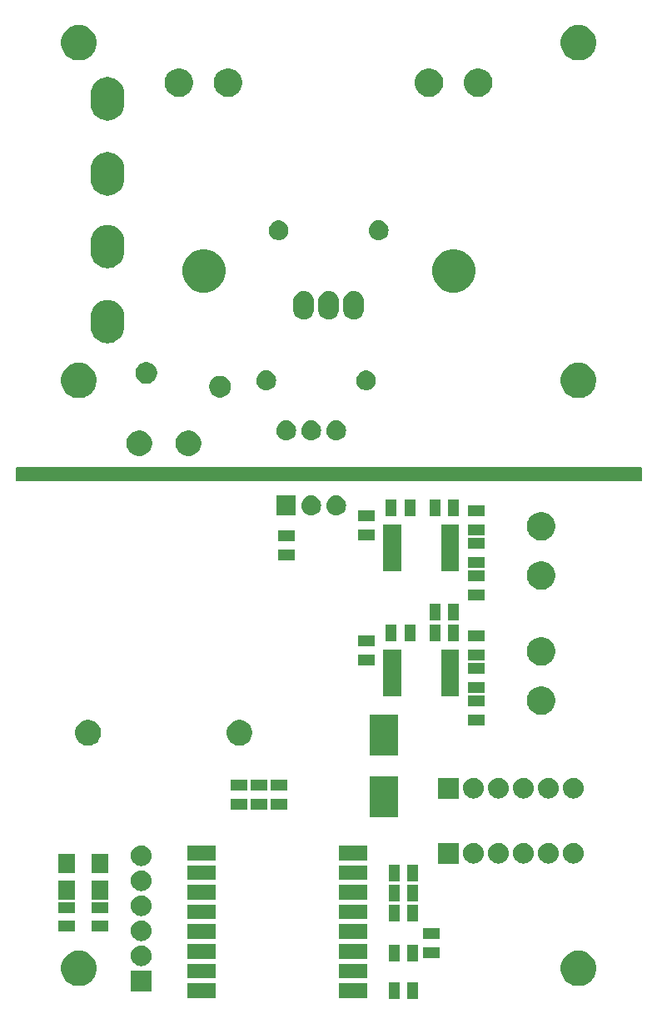
<source format=gbr>
G04 #@! TF.GenerationSoftware,KiCad,Pcbnew,(5.0.1)-4*
G04 #@! TF.CreationDate,2019-02-15T22:12:16-03:00*
G04 #@! TF.ProjectId,reflow,7265666C6F772E6B696361645F706362,rev?*
G04 #@! TF.SameCoordinates,Original*
G04 #@! TF.FileFunction,Soldermask,Top*
G04 #@! TF.FilePolarity,Negative*
%FSLAX46Y46*%
G04 Gerber Fmt 4.6, Leading zero omitted, Abs format (unit mm)*
G04 Created by KiCad (PCBNEW (5.0.1)-4) date 15/2/2019 22:12:16*
%MOMM*%
%LPD*%
G01*
G04 APERTURE LIST*
%ADD10C,0.200000*%
%ADD11C,0.150000*%
%ADD12C,0.100000*%
G04 APERTURE END LIST*
D10*
X134620000Y-67564000D02*
X134112000Y-67564000D01*
D11*
G36*
X120650000Y-67310000D02*
X182880000Y-67310000D01*
X182880000Y-68580000D01*
X119380000Y-68580000D01*
X119380000Y-67310000D01*
X121920000Y-67310000D01*
X120650000Y-67310000D01*
G37*
X120650000Y-67310000D02*
X182880000Y-67310000D01*
X182880000Y-68580000D01*
X119380000Y-68580000D01*
X119380000Y-67310000D01*
X121920000Y-67310000D01*
X120650000Y-67310000D01*
D12*
G36*
X160250000Y-121246000D02*
X159150000Y-121246000D01*
X159150000Y-119546000D01*
X160250000Y-119546000D01*
X160250000Y-121246000D01*
X160250000Y-121246000D01*
G37*
G36*
X158350000Y-121246000D02*
X157250000Y-121246000D01*
X157250000Y-119546000D01*
X158350000Y-119546000D01*
X158350000Y-121246000D01*
X158350000Y-121246000D01*
G37*
G36*
X139658000Y-121146000D02*
X136758000Y-121146000D01*
X136758000Y-119646000D01*
X139658000Y-119646000D01*
X139658000Y-121146000D01*
X139658000Y-121146000D01*
G37*
G36*
X155058000Y-121146000D02*
X152158000Y-121146000D01*
X152158000Y-119646000D01*
X155058000Y-119646000D01*
X155058000Y-121146000D01*
X155058000Y-121146000D01*
G37*
G36*
X133130000Y-120430000D02*
X131030000Y-120430000D01*
X131030000Y-118330000D01*
X133130000Y-118330000D01*
X133130000Y-120430000D01*
X133130000Y-120430000D01*
G37*
G36*
X176939122Y-116356115D02*
X177055041Y-116379173D01*
X177382620Y-116514861D01*
X177561169Y-116634164D01*
X177677436Y-116711851D01*
X177928149Y-116962564D01*
X177928151Y-116962567D01*
X178116040Y-117243762D01*
X178125140Y-117257382D01*
X178260827Y-117584960D01*
X178330000Y-117932714D01*
X178330000Y-118287286D01*
X178260827Y-118635040D01*
X178125140Y-118962618D01*
X177928149Y-119257436D01*
X177677436Y-119508149D01*
X177677433Y-119508151D01*
X177382620Y-119705139D01*
X177055041Y-119840827D01*
X176939122Y-119863885D01*
X176707286Y-119910000D01*
X176352714Y-119910000D01*
X176120878Y-119863885D01*
X176004959Y-119840827D01*
X175677380Y-119705139D01*
X175382567Y-119508151D01*
X175382564Y-119508149D01*
X175131851Y-119257436D01*
X174934860Y-118962618D01*
X174799173Y-118635040D01*
X174730000Y-118287286D01*
X174730000Y-117932714D01*
X174799173Y-117584960D01*
X174934860Y-117257382D01*
X174943961Y-117243762D01*
X175131849Y-116962567D01*
X175131851Y-116962564D01*
X175382564Y-116711851D01*
X175498831Y-116634164D01*
X175677380Y-116514861D01*
X176004959Y-116379173D01*
X176120878Y-116356115D01*
X176352714Y-116310000D01*
X176707286Y-116310000D01*
X176939122Y-116356115D01*
X176939122Y-116356115D01*
G37*
G36*
X126139122Y-116356115D02*
X126255041Y-116379173D01*
X126582620Y-116514861D01*
X126761169Y-116634164D01*
X126877436Y-116711851D01*
X127128149Y-116962564D01*
X127128151Y-116962567D01*
X127316040Y-117243762D01*
X127325140Y-117257382D01*
X127460827Y-117584960D01*
X127530000Y-117932714D01*
X127530000Y-118287286D01*
X127460827Y-118635040D01*
X127325140Y-118962618D01*
X127128149Y-119257436D01*
X126877436Y-119508149D01*
X126877433Y-119508151D01*
X126582620Y-119705139D01*
X126255041Y-119840827D01*
X126139122Y-119863885D01*
X125907286Y-119910000D01*
X125552714Y-119910000D01*
X125320878Y-119863885D01*
X125204959Y-119840827D01*
X124877380Y-119705139D01*
X124582567Y-119508151D01*
X124582564Y-119508149D01*
X124331851Y-119257436D01*
X124134860Y-118962618D01*
X123999173Y-118635040D01*
X123930000Y-118287286D01*
X123930000Y-117932714D01*
X123999173Y-117584960D01*
X124134860Y-117257382D01*
X124143961Y-117243762D01*
X124331849Y-116962567D01*
X124331851Y-116962564D01*
X124582564Y-116711851D01*
X124698831Y-116634164D01*
X124877380Y-116514861D01*
X125204959Y-116379173D01*
X125320878Y-116356115D01*
X125552714Y-116310000D01*
X125907286Y-116310000D01*
X126139122Y-116356115D01*
X126139122Y-116356115D01*
G37*
G36*
X155058000Y-119146000D02*
X152158000Y-119146000D01*
X152158000Y-117646000D01*
X155058000Y-117646000D01*
X155058000Y-119146000D01*
X155058000Y-119146000D01*
G37*
G36*
X139658000Y-119146000D02*
X136758000Y-119146000D01*
X136758000Y-117646000D01*
X139658000Y-117646000D01*
X139658000Y-119146000D01*
X139658000Y-119146000D01*
G37*
G36*
X132208707Y-115797596D02*
X132285836Y-115805193D01*
X132417787Y-115845220D01*
X132483763Y-115865233D01*
X132666172Y-115962733D01*
X132826054Y-116093946D01*
X132957267Y-116253828D01*
X133054767Y-116436237D01*
X133054767Y-116436238D01*
X133114807Y-116634164D01*
X133135080Y-116840000D01*
X133114807Y-117045836D01*
X133084423Y-117146000D01*
X133054767Y-117243763D01*
X132957267Y-117426172D01*
X132826054Y-117586054D01*
X132666172Y-117717267D01*
X132483763Y-117814767D01*
X132417787Y-117834780D01*
X132285836Y-117874807D01*
X132208707Y-117882404D01*
X132131580Y-117890000D01*
X132028420Y-117890000D01*
X131951293Y-117882404D01*
X131874164Y-117874807D01*
X131742213Y-117834780D01*
X131676237Y-117814767D01*
X131493828Y-117717267D01*
X131333946Y-117586054D01*
X131202733Y-117426172D01*
X131105233Y-117243763D01*
X131075577Y-117146000D01*
X131045193Y-117045836D01*
X131024920Y-116840000D01*
X131045193Y-116634164D01*
X131105233Y-116436238D01*
X131105233Y-116436237D01*
X131202733Y-116253828D01*
X131333946Y-116093946D01*
X131493828Y-115962733D01*
X131676237Y-115865233D01*
X131742213Y-115845220D01*
X131874164Y-115805193D01*
X131951293Y-115797596D01*
X132028420Y-115790000D01*
X132131580Y-115790000D01*
X132208707Y-115797596D01*
X132208707Y-115797596D01*
G37*
G36*
X160250000Y-117436000D02*
X159150000Y-117436000D01*
X159150000Y-115736000D01*
X160250000Y-115736000D01*
X160250000Y-117436000D01*
X160250000Y-117436000D01*
G37*
G36*
X158350000Y-117436000D02*
X157250000Y-117436000D01*
X157250000Y-115736000D01*
X158350000Y-115736000D01*
X158350000Y-117436000D01*
X158350000Y-117436000D01*
G37*
G36*
X139658000Y-117146000D02*
X136758000Y-117146000D01*
X136758000Y-115646000D01*
X139658000Y-115646000D01*
X139658000Y-117146000D01*
X139658000Y-117146000D01*
G37*
G36*
X155058000Y-117146000D02*
X152158000Y-117146000D01*
X152158000Y-115646000D01*
X155058000Y-115646000D01*
X155058000Y-117146000D01*
X155058000Y-117146000D01*
G37*
G36*
X162394000Y-117070000D02*
X160694000Y-117070000D01*
X160694000Y-115970000D01*
X162394000Y-115970000D01*
X162394000Y-117070000D01*
X162394000Y-117070000D01*
G37*
G36*
X132208707Y-113257596D02*
X132285836Y-113265193D01*
X132410469Y-113303000D01*
X132483763Y-113325233D01*
X132666172Y-113422733D01*
X132826054Y-113553946D01*
X132957267Y-113713828D01*
X133054767Y-113896237D01*
X133054767Y-113896238D01*
X133114807Y-114094164D01*
X133135080Y-114300000D01*
X133114807Y-114505836D01*
X133074780Y-114637787D01*
X133054767Y-114703763D01*
X132957267Y-114886172D01*
X132826054Y-115046054D01*
X132666172Y-115177267D01*
X132483763Y-115274767D01*
X132417787Y-115294780D01*
X132285836Y-115334807D01*
X132208707Y-115342403D01*
X132131580Y-115350000D01*
X132028420Y-115350000D01*
X131951293Y-115342403D01*
X131874164Y-115334807D01*
X131742213Y-115294780D01*
X131676237Y-115274767D01*
X131493828Y-115177267D01*
X131333946Y-115046054D01*
X131202733Y-114886172D01*
X131105233Y-114703763D01*
X131085220Y-114637787D01*
X131045193Y-114505836D01*
X131024920Y-114300000D01*
X131045193Y-114094164D01*
X131105233Y-113896238D01*
X131105233Y-113896237D01*
X131202733Y-113713828D01*
X131333946Y-113553946D01*
X131493828Y-113422733D01*
X131676237Y-113325233D01*
X131749531Y-113303000D01*
X131874164Y-113265193D01*
X131951293Y-113257596D01*
X132028420Y-113250000D01*
X132131580Y-113250000D01*
X132208707Y-113257596D01*
X132208707Y-113257596D01*
G37*
G36*
X162394000Y-115170000D02*
X160694000Y-115170000D01*
X160694000Y-114070000D01*
X162394000Y-114070000D01*
X162394000Y-115170000D01*
X162394000Y-115170000D01*
G37*
G36*
X155058000Y-115146000D02*
X152158000Y-115146000D01*
X152158000Y-113646000D01*
X155058000Y-113646000D01*
X155058000Y-115146000D01*
X155058000Y-115146000D01*
G37*
G36*
X139658000Y-115146000D02*
X136758000Y-115146000D01*
X136758000Y-113646000D01*
X139658000Y-113646000D01*
X139658000Y-115146000D01*
X139658000Y-115146000D01*
G37*
G36*
X125310000Y-114403000D02*
X123610000Y-114403000D01*
X123610000Y-113303000D01*
X125310000Y-113303000D01*
X125310000Y-114403000D01*
X125310000Y-114403000D01*
G37*
G36*
X128739000Y-114403000D02*
X127039000Y-114403000D01*
X127039000Y-113303000D01*
X128739000Y-113303000D01*
X128739000Y-114403000D01*
X128739000Y-114403000D01*
G37*
G36*
X158350000Y-113372000D02*
X157250000Y-113372000D01*
X157250000Y-111672000D01*
X158350000Y-111672000D01*
X158350000Y-113372000D01*
X158350000Y-113372000D01*
G37*
G36*
X160250000Y-113372000D02*
X159150000Y-113372000D01*
X159150000Y-111672000D01*
X160250000Y-111672000D01*
X160250000Y-113372000D01*
X160250000Y-113372000D01*
G37*
G36*
X155058000Y-113146000D02*
X152158000Y-113146000D01*
X152158000Y-111646000D01*
X155058000Y-111646000D01*
X155058000Y-113146000D01*
X155058000Y-113146000D01*
G37*
G36*
X139658000Y-113146000D02*
X136758000Y-113146000D01*
X136758000Y-111646000D01*
X139658000Y-111646000D01*
X139658000Y-113146000D01*
X139658000Y-113146000D01*
G37*
G36*
X132208707Y-110717596D02*
X132285836Y-110725193D01*
X132417787Y-110765220D01*
X132483763Y-110785233D01*
X132666172Y-110882733D01*
X132826054Y-111013946D01*
X132957267Y-111173828D01*
X133054767Y-111356237D01*
X133054767Y-111356238D01*
X133114807Y-111554164D01*
X133135080Y-111760000D01*
X133114807Y-111965836D01*
X133074780Y-112097787D01*
X133054767Y-112163763D01*
X132957267Y-112346172D01*
X132826054Y-112506054D01*
X132666172Y-112637267D01*
X132483763Y-112734767D01*
X132417787Y-112754780D01*
X132285836Y-112794807D01*
X132208707Y-112802403D01*
X132131580Y-112810000D01*
X132028420Y-112810000D01*
X131951293Y-112802403D01*
X131874164Y-112794807D01*
X131742213Y-112754780D01*
X131676237Y-112734767D01*
X131493828Y-112637267D01*
X131333946Y-112506054D01*
X131202733Y-112346172D01*
X131105233Y-112163763D01*
X131085220Y-112097787D01*
X131045193Y-111965836D01*
X131024920Y-111760000D01*
X131045193Y-111554164D01*
X131105233Y-111356238D01*
X131105233Y-111356237D01*
X131202733Y-111173828D01*
X131333946Y-111013946D01*
X131493828Y-110882733D01*
X131676237Y-110785233D01*
X131742213Y-110765220D01*
X131874164Y-110725193D01*
X131951293Y-110717596D01*
X132028420Y-110710000D01*
X132131580Y-110710000D01*
X132208707Y-110717596D01*
X132208707Y-110717596D01*
G37*
G36*
X128739000Y-112503000D02*
X127039000Y-112503000D01*
X127039000Y-111403000D01*
X128739000Y-111403000D01*
X128739000Y-112503000D01*
X128739000Y-112503000D01*
G37*
G36*
X125310000Y-112503000D02*
X123610000Y-112503000D01*
X123610000Y-111403000D01*
X125310000Y-111403000D01*
X125310000Y-112503000D01*
X125310000Y-112503000D01*
G37*
G36*
X160250000Y-111340000D02*
X159150000Y-111340000D01*
X159150000Y-109640000D01*
X160250000Y-109640000D01*
X160250000Y-111340000D01*
X160250000Y-111340000D01*
G37*
G36*
X158350000Y-111340000D02*
X157250000Y-111340000D01*
X157250000Y-109640000D01*
X158350000Y-109640000D01*
X158350000Y-111340000D01*
X158350000Y-111340000D01*
G37*
G36*
X155058000Y-111146000D02*
X152158000Y-111146000D01*
X152158000Y-109646000D01*
X155058000Y-109646000D01*
X155058000Y-111146000D01*
X155058000Y-111146000D01*
G37*
G36*
X139658000Y-111146000D02*
X136758000Y-111146000D01*
X136758000Y-109646000D01*
X139658000Y-109646000D01*
X139658000Y-111146000D01*
X139658000Y-111146000D01*
G37*
G36*
X128739000Y-111139000D02*
X127039000Y-111139000D01*
X127039000Y-109239000D01*
X128739000Y-109239000D01*
X128739000Y-111139000D01*
X128739000Y-111139000D01*
G37*
G36*
X125310000Y-111139000D02*
X123610000Y-111139000D01*
X123610000Y-109239000D01*
X125310000Y-109239000D01*
X125310000Y-111139000D01*
X125310000Y-111139000D01*
G37*
G36*
X132208707Y-108177597D02*
X132285836Y-108185193D01*
X132417787Y-108225220D01*
X132483763Y-108245233D01*
X132666172Y-108342733D01*
X132826054Y-108473946D01*
X132957267Y-108633828D01*
X133054767Y-108816237D01*
X133054767Y-108816238D01*
X133114807Y-109014164D01*
X133135080Y-109220000D01*
X133114807Y-109425836D01*
X133074780Y-109557787D01*
X133054767Y-109623763D01*
X132957267Y-109806172D01*
X132826054Y-109966054D01*
X132666172Y-110097267D01*
X132483763Y-110194767D01*
X132417787Y-110214780D01*
X132285836Y-110254807D01*
X132208707Y-110262404D01*
X132131580Y-110270000D01*
X132028420Y-110270000D01*
X131951293Y-110262404D01*
X131874164Y-110254807D01*
X131742213Y-110214780D01*
X131676237Y-110194767D01*
X131493828Y-110097267D01*
X131333946Y-109966054D01*
X131202733Y-109806172D01*
X131105233Y-109623763D01*
X131085220Y-109557787D01*
X131045193Y-109425836D01*
X131024920Y-109220000D01*
X131045193Y-109014164D01*
X131105233Y-108816238D01*
X131105233Y-108816237D01*
X131202733Y-108633828D01*
X131333946Y-108473946D01*
X131493828Y-108342733D01*
X131676237Y-108245233D01*
X131742213Y-108225220D01*
X131874164Y-108185193D01*
X131951293Y-108177597D01*
X132028420Y-108170000D01*
X132131580Y-108170000D01*
X132208707Y-108177597D01*
X132208707Y-108177597D01*
G37*
G36*
X158350000Y-109308000D02*
X157250000Y-109308000D01*
X157250000Y-107608000D01*
X158350000Y-107608000D01*
X158350000Y-109308000D01*
X158350000Y-109308000D01*
G37*
G36*
X160250000Y-109308000D02*
X159150000Y-109308000D01*
X159150000Y-107608000D01*
X160250000Y-107608000D01*
X160250000Y-109308000D01*
X160250000Y-109308000D01*
G37*
G36*
X155058000Y-109146000D02*
X152158000Y-109146000D01*
X152158000Y-107646000D01*
X155058000Y-107646000D01*
X155058000Y-109146000D01*
X155058000Y-109146000D01*
G37*
G36*
X139658000Y-109146000D02*
X136758000Y-109146000D01*
X136758000Y-107646000D01*
X139658000Y-107646000D01*
X139658000Y-109146000D01*
X139658000Y-109146000D01*
G37*
G36*
X125310000Y-108439000D02*
X123610000Y-108439000D01*
X123610000Y-106539000D01*
X125310000Y-106539000D01*
X125310000Y-108439000D01*
X125310000Y-108439000D01*
G37*
G36*
X128739000Y-108439000D02*
X127039000Y-108439000D01*
X127039000Y-106539000D01*
X128739000Y-106539000D01*
X128739000Y-108439000D01*
X128739000Y-108439000D01*
G37*
G36*
X132208707Y-105637596D02*
X132285836Y-105645193D01*
X132417787Y-105685220D01*
X132483763Y-105705233D01*
X132666172Y-105802733D01*
X132826054Y-105933946D01*
X132957267Y-106093828D01*
X133054767Y-106276237D01*
X133054767Y-106276238D01*
X133114807Y-106474164D01*
X133135080Y-106680000D01*
X133114807Y-106885836D01*
X133074780Y-107017787D01*
X133054767Y-107083763D01*
X132957267Y-107266172D01*
X132826054Y-107426054D01*
X132666172Y-107557267D01*
X132483763Y-107654767D01*
X132417787Y-107674780D01*
X132285836Y-107714807D01*
X132208707Y-107722404D01*
X132131580Y-107730000D01*
X132028420Y-107730000D01*
X131951293Y-107722404D01*
X131874164Y-107714807D01*
X131742213Y-107674780D01*
X131676237Y-107654767D01*
X131493828Y-107557267D01*
X131333946Y-107426054D01*
X131202733Y-107266172D01*
X131105233Y-107083763D01*
X131085220Y-107017787D01*
X131045193Y-106885836D01*
X131024920Y-106680000D01*
X131045193Y-106474164D01*
X131105233Y-106276238D01*
X131105233Y-106276237D01*
X131202733Y-106093828D01*
X131333946Y-105933946D01*
X131493828Y-105802733D01*
X131676237Y-105705233D01*
X131742213Y-105685220D01*
X131874164Y-105645193D01*
X131951293Y-105637596D01*
X132028420Y-105630000D01*
X132131580Y-105630000D01*
X132208707Y-105637596D01*
X132208707Y-105637596D01*
G37*
G36*
X176150707Y-105383596D02*
X176227836Y-105391193D01*
X176359787Y-105431220D01*
X176425763Y-105451233D01*
X176608172Y-105548733D01*
X176768054Y-105679946D01*
X176899267Y-105839828D01*
X176996767Y-106022237D01*
X176996767Y-106022238D01*
X177056807Y-106220164D01*
X177077080Y-106426000D01*
X177056807Y-106631836D01*
X177016780Y-106763787D01*
X176996767Y-106829763D01*
X176899267Y-107012172D01*
X176768054Y-107172054D01*
X176608172Y-107303267D01*
X176425763Y-107400767D01*
X176359787Y-107420780D01*
X176227836Y-107460807D01*
X176150707Y-107468403D01*
X176073580Y-107476000D01*
X175970420Y-107476000D01*
X175893293Y-107468403D01*
X175816164Y-107460807D01*
X175684213Y-107420780D01*
X175618237Y-107400767D01*
X175435828Y-107303267D01*
X175275946Y-107172054D01*
X175144733Y-107012172D01*
X175047233Y-106829763D01*
X175027220Y-106763787D01*
X174987193Y-106631836D01*
X174966920Y-106426000D01*
X174987193Y-106220164D01*
X175047233Y-106022238D01*
X175047233Y-106022237D01*
X175144733Y-105839828D01*
X175275946Y-105679946D01*
X175435828Y-105548733D01*
X175618237Y-105451233D01*
X175684213Y-105431220D01*
X175816164Y-105391193D01*
X175893293Y-105383596D01*
X175970420Y-105376000D01*
X176073580Y-105376000D01*
X176150707Y-105383596D01*
X176150707Y-105383596D01*
G37*
G36*
X165990707Y-105383596D02*
X166067836Y-105391193D01*
X166199787Y-105431220D01*
X166265763Y-105451233D01*
X166448172Y-105548733D01*
X166608054Y-105679946D01*
X166739267Y-105839828D01*
X166836767Y-106022237D01*
X166836767Y-106022238D01*
X166896807Y-106220164D01*
X166917080Y-106426000D01*
X166896807Y-106631836D01*
X166856780Y-106763787D01*
X166836767Y-106829763D01*
X166739267Y-107012172D01*
X166608054Y-107172054D01*
X166448172Y-107303267D01*
X166265763Y-107400767D01*
X166199787Y-107420780D01*
X166067836Y-107460807D01*
X165990707Y-107468403D01*
X165913580Y-107476000D01*
X165810420Y-107476000D01*
X165733293Y-107468403D01*
X165656164Y-107460807D01*
X165524213Y-107420780D01*
X165458237Y-107400767D01*
X165275828Y-107303267D01*
X165115946Y-107172054D01*
X164984733Y-107012172D01*
X164887233Y-106829763D01*
X164867220Y-106763787D01*
X164827193Y-106631836D01*
X164806920Y-106426000D01*
X164827193Y-106220164D01*
X164887233Y-106022238D01*
X164887233Y-106022237D01*
X164984733Y-105839828D01*
X165115946Y-105679946D01*
X165275828Y-105548733D01*
X165458237Y-105451233D01*
X165524213Y-105431220D01*
X165656164Y-105391193D01*
X165733293Y-105383596D01*
X165810420Y-105376000D01*
X165913580Y-105376000D01*
X165990707Y-105383596D01*
X165990707Y-105383596D01*
G37*
G36*
X168530707Y-105383596D02*
X168607836Y-105391193D01*
X168739787Y-105431220D01*
X168805763Y-105451233D01*
X168988172Y-105548733D01*
X169148054Y-105679946D01*
X169279267Y-105839828D01*
X169376767Y-106022237D01*
X169376767Y-106022238D01*
X169436807Y-106220164D01*
X169457080Y-106426000D01*
X169436807Y-106631836D01*
X169396780Y-106763787D01*
X169376767Y-106829763D01*
X169279267Y-107012172D01*
X169148054Y-107172054D01*
X168988172Y-107303267D01*
X168805763Y-107400767D01*
X168739787Y-107420780D01*
X168607836Y-107460807D01*
X168530707Y-107468403D01*
X168453580Y-107476000D01*
X168350420Y-107476000D01*
X168273293Y-107468403D01*
X168196164Y-107460807D01*
X168064213Y-107420780D01*
X167998237Y-107400767D01*
X167815828Y-107303267D01*
X167655946Y-107172054D01*
X167524733Y-107012172D01*
X167427233Y-106829763D01*
X167407220Y-106763787D01*
X167367193Y-106631836D01*
X167346920Y-106426000D01*
X167367193Y-106220164D01*
X167427233Y-106022238D01*
X167427233Y-106022237D01*
X167524733Y-105839828D01*
X167655946Y-105679946D01*
X167815828Y-105548733D01*
X167998237Y-105451233D01*
X168064213Y-105431220D01*
X168196164Y-105391193D01*
X168273293Y-105383596D01*
X168350420Y-105376000D01*
X168453580Y-105376000D01*
X168530707Y-105383596D01*
X168530707Y-105383596D01*
G37*
G36*
X173610707Y-105383596D02*
X173687836Y-105391193D01*
X173819787Y-105431220D01*
X173885763Y-105451233D01*
X174068172Y-105548733D01*
X174228054Y-105679946D01*
X174359267Y-105839828D01*
X174456767Y-106022237D01*
X174456767Y-106022238D01*
X174516807Y-106220164D01*
X174537080Y-106426000D01*
X174516807Y-106631836D01*
X174476780Y-106763787D01*
X174456767Y-106829763D01*
X174359267Y-107012172D01*
X174228054Y-107172054D01*
X174068172Y-107303267D01*
X173885763Y-107400767D01*
X173819787Y-107420780D01*
X173687836Y-107460807D01*
X173610707Y-107468403D01*
X173533580Y-107476000D01*
X173430420Y-107476000D01*
X173353293Y-107468403D01*
X173276164Y-107460807D01*
X173144213Y-107420780D01*
X173078237Y-107400767D01*
X172895828Y-107303267D01*
X172735946Y-107172054D01*
X172604733Y-107012172D01*
X172507233Y-106829763D01*
X172487220Y-106763787D01*
X172447193Y-106631836D01*
X172426920Y-106426000D01*
X172447193Y-106220164D01*
X172507233Y-106022238D01*
X172507233Y-106022237D01*
X172604733Y-105839828D01*
X172735946Y-105679946D01*
X172895828Y-105548733D01*
X173078237Y-105451233D01*
X173144213Y-105431220D01*
X173276164Y-105391193D01*
X173353293Y-105383596D01*
X173430420Y-105376000D01*
X173533580Y-105376000D01*
X173610707Y-105383596D01*
X173610707Y-105383596D01*
G37*
G36*
X164372000Y-107476000D02*
X162272000Y-107476000D01*
X162272000Y-105376000D01*
X164372000Y-105376000D01*
X164372000Y-107476000D01*
X164372000Y-107476000D01*
G37*
G36*
X171070707Y-105383596D02*
X171147836Y-105391193D01*
X171279787Y-105431220D01*
X171345763Y-105451233D01*
X171528172Y-105548733D01*
X171688054Y-105679946D01*
X171819267Y-105839828D01*
X171916767Y-106022237D01*
X171916767Y-106022238D01*
X171976807Y-106220164D01*
X171997080Y-106426000D01*
X171976807Y-106631836D01*
X171936780Y-106763787D01*
X171916767Y-106829763D01*
X171819267Y-107012172D01*
X171688054Y-107172054D01*
X171528172Y-107303267D01*
X171345763Y-107400767D01*
X171279787Y-107420780D01*
X171147836Y-107460807D01*
X171070707Y-107468403D01*
X170993580Y-107476000D01*
X170890420Y-107476000D01*
X170813293Y-107468403D01*
X170736164Y-107460807D01*
X170604213Y-107420780D01*
X170538237Y-107400767D01*
X170355828Y-107303267D01*
X170195946Y-107172054D01*
X170064733Y-107012172D01*
X169967233Y-106829763D01*
X169947220Y-106763787D01*
X169907193Y-106631836D01*
X169886920Y-106426000D01*
X169907193Y-106220164D01*
X169967233Y-106022238D01*
X169967233Y-106022237D01*
X170064733Y-105839828D01*
X170195946Y-105679946D01*
X170355828Y-105548733D01*
X170538237Y-105451233D01*
X170604213Y-105431220D01*
X170736164Y-105391193D01*
X170813293Y-105383596D01*
X170890420Y-105376000D01*
X170993580Y-105376000D01*
X171070707Y-105383596D01*
X171070707Y-105383596D01*
G37*
G36*
X139658000Y-107146000D02*
X136758000Y-107146000D01*
X136758000Y-105646000D01*
X139658000Y-105646000D01*
X139658000Y-107146000D01*
X139658000Y-107146000D01*
G37*
G36*
X155058000Y-107146000D02*
X152158000Y-107146000D01*
X152158000Y-105646000D01*
X155058000Y-105646000D01*
X155058000Y-107146000D01*
X155058000Y-107146000D01*
G37*
G36*
X158168000Y-102736000D02*
X155268000Y-102736000D01*
X155268000Y-98586000D01*
X158168000Y-98586000D01*
X158168000Y-102736000D01*
X158168000Y-102736000D01*
G37*
G36*
X142836000Y-102004000D02*
X141136000Y-102004000D01*
X141136000Y-100904000D01*
X142836000Y-100904000D01*
X142836000Y-102004000D01*
X142836000Y-102004000D01*
G37*
G36*
X144868000Y-102004000D02*
X143168000Y-102004000D01*
X143168000Y-100904000D01*
X144868000Y-100904000D01*
X144868000Y-102004000D01*
X144868000Y-102004000D01*
G37*
G36*
X146900000Y-102004000D02*
X145200000Y-102004000D01*
X145200000Y-100904000D01*
X146900000Y-100904000D01*
X146900000Y-102004000D01*
X146900000Y-102004000D01*
G37*
G36*
X164372000Y-100872000D02*
X162272000Y-100872000D01*
X162272000Y-98772000D01*
X164372000Y-98772000D01*
X164372000Y-100872000D01*
X164372000Y-100872000D01*
G37*
G36*
X165990707Y-98779596D02*
X166067836Y-98787193D01*
X166199787Y-98827220D01*
X166265763Y-98847233D01*
X166448172Y-98944733D01*
X166608054Y-99075946D01*
X166739267Y-99235828D01*
X166836767Y-99418237D01*
X166836767Y-99418238D01*
X166896807Y-99616164D01*
X166917080Y-99822000D01*
X166896807Y-100027836D01*
X166873703Y-100104000D01*
X166836767Y-100225763D01*
X166739267Y-100408172D01*
X166608054Y-100568054D01*
X166448172Y-100699267D01*
X166265763Y-100796767D01*
X166199787Y-100816780D01*
X166067836Y-100856807D01*
X165990707Y-100864403D01*
X165913580Y-100872000D01*
X165810420Y-100872000D01*
X165733293Y-100864403D01*
X165656164Y-100856807D01*
X165524213Y-100816780D01*
X165458237Y-100796767D01*
X165275828Y-100699267D01*
X165115946Y-100568054D01*
X164984733Y-100408172D01*
X164887233Y-100225763D01*
X164850297Y-100104000D01*
X164827193Y-100027836D01*
X164806920Y-99822000D01*
X164827193Y-99616164D01*
X164887233Y-99418238D01*
X164887233Y-99418237D01*
X164984733Y-99235828D01*
X165115946Y-99075946D01*
X165275828Y-98944733D01*
X165458237Y-98847233D01*
X165524213Y-98827220D01*
X165656164Y-98787193D01*
X165733293Y-98779597D01*
X165810420Y-98772000D01*
X165913580Y-98772000D01*
X165990707Y-98779596D01*
X165990707Y-98779596D01*
G37*
G36*
X168530707Y-98779596D02*
X168607836Y-98787193D01*
X168739787Y-98827220D01*
X168805763Y-98847233D01*
X168988172Y-98944733D01*
X169148054Y-99075946D01*
X169279267Y-99235828D01*
X169376767Y-99418237D01*
X169376767Y-99418238D01*
X169436807Y-99616164D01*
X169457080Y-99822000D01*
X169436807Y-100027836D01*
X169413703Y-100104000D01*
X169376767Y-100225763D01*
X169279267Y-100408172D01*
X169148054Y-100568054D01*
X168988172Y-100699267D01*
X168805763Y-100796767D01*
X168739787Y-100816780D01*
X168607836Y-100856807D01*
X168530707Y-100864403D01*
X168453580Y-100872000D01*
X168350420Y-100872000D01*
X168273293Y-100864403D01*
X168196164Y-100856807D01*
X168064213Y-100816780D01*
X167998237Y-100796767D01*
X167815828Y-100699267D01*
X167655946Y-100568054D01*
X167524733Y-100408172D01*
X167427233Y-100225763D01*
X167390297Y-100104000D01*
X167367193Y-100027836D01*
X167346920Y-99822000D01*
X167367193Y-99616164D01*
X167427233Y-99418238D01*
X167427233Y-99418237D01*
X167524733Y-99235828D01*
X167655946Y-99075946D01*
X167815828Y-98944733D01*
X167998237Y-98847233D01*
X168064213Y-98827220D01*
X168196164Y-98787193D01*
X168273293Y-98779597D01*
X168350420Y-98772000D01*
X168453580Y-98772000D01*
X168530707Y-98779596D01*
X168530707Y-98779596D01*
G37*
G36*
X171070707Y-98779596D02*
X171147836Y-98787193D01*
X171279787Y-98827220D01*
X171345763Y-98847233D01*
X171528172Y-98944733D01*
X171688054Y-99075946D01*
X171819267Y-99235828D01*
X171916767Y-99418237D01*
X171916767Y-99418238D01*
X171976807Y-99616164D01*
X171997080Y-99822000D01*
X171976807Y-100027836D01*
X171953703Y-100104000D01*
X171916767Y-100225763D01*
X171819267Y-100408172D01*
X171688054Y-100568054D01*
X171528172Y-100699267D01*
X171345763Y-100796767D01*
X171279787Y-100816780D01*
X171147836Y-100856807D01*
X171070707Y-100864403D01*
X170993580Y-100872000D01*
X170890420Y-100872000D01*
X170813293Y-100864403D01*
X170736164Y-100856807D01*
X170604213Y-100816780D01*
X170538237Y-100796767D01*
X170355828Y-100699267D01*
X170195946Y-100568054D01*
X170064733Y-100408172D01*
X169967233Y-100225763D01*
X169930297Y-100104000D01*
X169907193Y-100027836D01*
X169886920Y-99822000D01*
X169907193Y-99616164D01*
X169967233Y-99418238D01*
X169967233Y-99418237D01*
X170064733Y-99235828D01*
X170195946Y-99075946D01*
X170355828Y-98944733D01*
X170538237Y-98847233D01*
X170604213Y-98827220D01*
X170736164Y-98787193D01*
X170813293Y-98779597D01*
X170890420Y-98772000D01*
X170993580Y-98772000D01*
X171070707Y-98779596D01*
X171070707Y-98779596D01*
G37*
G36*
X173610707Y-98779596D02*
X173687836Y-98787193D01*
X173819787Y-98827220D01*
X173885763Y-98847233D01*
X174068172Y-98944733D01*
X174228054Y-99075946D01*
X174359267Y-99235828D01*
X174456767Y-99418237D01*
X174456767Y-99418238D01*
X174516807Y-99616164D01*
X174537080Y-99822000D01*
X174516807Y-100027836D01*
X174493703Y-100104000D01*
X174456767Y-100225763D01*
X174359267Y-100408172D01*
X174228054Y-100568054D01*
X174068172Y-100699267D01*
X173885763Y-100796767D01*
X173819787Y-100816780D01*
X173687836Y-100856807D01*
X173610707Y-100864403D01*
X173533580Y-100872000D01*
X173430420Y-100872000D01*
X173353293Y-100864403D01*
X173276164Y-100856807D01*
X173144213Y-100816780D01*
X173078237Y-100796767D01*
X172895828Y-100699267D01*
X172735946Y-100568054D01*
X172604733Y-100408172D01*
X172507233Y-100225763D01*
X172470297Y-100104000D01*
X172447193Y-100027836D01*
X172426920Y-99822000D01*
X172447193Y-99616164D01*
X172507233Y-99418238D01*
X172507233Y-99418237D01*
X172604733Y-99235828D01*
X172735946Y-99075946D01*
X172895828Y-98944733D01*
X173078237Y-98847233D01*
X173144213Y-98827220D01*
X173276164Y-98787193D01*
X173353293Y-98779597D01*
X173430420Y-98772000D01*
X173533580Y-98772000D01*
X173610707Y-98779596D01*
X173610707Y-98779596D01*
G37*
G36*
X176150707Y-98779596D02*
X176227836Y-98787193D01*
X176359787Y-98827220D01*
X176425763Y-98847233D01*
X176608172Y-98944733D01*
X176768054Y-99075946D01*
X176899267Y-99235828D01*
X176996767Y-99418237D01*
X176996767Y-99418238D01*
X177056807Y-99616164D01*
X177077080Y-99822000D01*
X177056807Y-100027836D01*
X177033703Y-100104000D01*
X176996767Y-100225763D01*
X176899267Y-100408172D01*
X176768054Y-100568054D01*
X176608172Y-100699267D01*
X176425763Y-100796767D01*
X176359787Y-100816780D01*
X176227836Y-100856807D01*
X176150707Y-100864403D01*
X176073580Y-100872000D01*
X175970420Y-100872000D01*
X175893293Y-100864403D01*
X175816164Y-100856807D01*
X175684213Y-100816780D01*
X175618237Y-100796767D01*
X175435828Y-100699267D01*
X175275946Y-100568054D01*
X175144733Y-100408172D01*
X175047233Y-100225763D01*
X175010297Y-100104000D01*
X174987193Y-100027836D01*
X174966920Y-99822000D01*
X174987193Y-99616164D01*
X175047233Y-99418238D01*
X175047233Y-99418237D01*
X175144733Y-99235828D01*
X175275946Y-99075946D01*
X175435828Y-98944733D01*
X175618237Y-98847233D01*
X175684213Y-98827220D01*
X175816164Y-98787193D01*
X175893293Y-98779597D01*
X175970420Y-98772000D01*
X176073580Y-98772000D01*
X176150707Y-98779596D01*
X176150707Y-98779596D01*
G37*
G36*
X144868000Y-100104000D02*
X143168000Y-100104000D01*
X143168000Y-99004000D01*
X144868000Y-99004000D01*
X144868000Y-100104000D01*
X144868000Y-100104000D01*
G37*
G36*
X146900000Y-100104000D02*
X145200000Y-100104000D01*
X145200000Y-99004000D01*
X146900000Y-99004000D01*
X146900000Y-100104000D01*
X146900000Y-100104000D01*
G37*
G36*
X142836000Y-100104000D02*
X141136000Y-100104000D01*
X141136000Y-99004000D01*
X142836000Y-99004000D01*
X142836000Y-100104000D01*
X142836000Y-100104000D01*
G37*
G36*
X158168000Y-96486000D02*
X155268000Y-96486000D01*
X155268000Y-92336000D01*
X158168000Y-92336000D01*
X158168000Y-96486000D01*
X158168000Y-96486000D01*
G37*
G36*
X142445196Y-92951958D02*
X142681780Y-93049954D01*
X142894705Y-93192226D01*
X143075774Y-93373295D01*
X143218046Y-93586220D01*
X143316042Y-93822804D01*
X143366000Y-94073960D01*
X143366000Y-94330040D01*
X143316042Y-94581196D01*
X143218046Y-94817780D01*
X143075774Y-95030705D01*
X142894705Y-95211774D01*
X142681780Y-95354046D01*
X142445196Y-95452042D01*
X142194040Y-95502000D01*
X141937960Y-95502000D01*
X141686804Y-95452042D01*
X141450220Y-95354046D01*
X141237295Y-95211774D01*
X141056226Y-95030705D01*
X140913954Y-94817780D01*
X140815958Y-94581196D01*
X140766000Y-94330040D01*
X140766000Y-94073960D01*
X140815958Y-93822804D01*
X140913954Y-93586220D01*
X141056226Y-93373295D01*
X141237295Y-93192226D01*
X141450220Y-93049954D01*
X141686804Y-92951958D01*
X141937960Y-92902000D01*
X142194040Y-92902000D01*
X142445196Y-92951958D01*
X142445196Y-92951958D01*
G37*
G36*
X127045196Y-92951958D02*
X127281780Y-93049954D01*
X127494705Y-93192226D01*
X127675774Y-93373295D01*
X127818046Y-93586220D01*
X127916042Y-93822804D01*
X127966000Y-94073960D01*
X127966000Y-94330040D01*
X127916042Y-94581196D01*
X127818046Y-94817780D01*
X127675774Y-95030705D01*
X127494705Y-95211774D01*
X127281780Y-95354046D01*
X127045196Y-95452042D01*
X126794040Y-95502000D01*
X126537960Y-95502000D01*
X126286804Y-95452042D01*
X126050220Y-95354046D01*
X125837295Y-95211774D01*
X125656226Y-95030705D01*
X125513954Y-94817780D01*
X125415958Y-94581196D01*
X125366000Y-94330040D01*
X125366000Y-94073960D01*
X125415958Y-93822804D01*
X125513954Y-93586220D01*
X125656226Y-93373295D01*
X125837295Y-93192226D01*
X126050220Y-93049954D01*
X126286804Y-92951958D01*
X126537960Y-92902000D01*
X126794040Y-92902000D01*
X127045196Y-92951958D01*
X127045196Y-92951958D01*
G37*
G36*
X166966000Y-93448000D02*
X165266000Y-93448000D01*
X165266000Y-92348000D01*
X166966000Y-92348000D01*
X166966000Y-93448000D01*
X166966000Y-93448000D01*
G37*
G36*
X173142947Y-89537722D02*
X173406833Y-89647027D01*
X173644324Y-89805713D01*
X173846287Y-90007676D01*
X174004973Y-90245167D01*
X174114278Y-90509053D01*
X174170000Y-90789186D01*
X174170000Y-91074814D01*
X174114278Y-91354947D01*
X174004973Y-91618833D01*
X173846287Y-91856324D01*
X173644324Y-92058287D01*
X173406833Y-92216973D01*
X173142947Y-92326278D01*
X172862814Y-92382000D01*
X172577186Y-92382000D01*
X172297053Y-92326278D01*
X172033167Y-92216973D01*
X171795676Y-92058287D01*
X171593713Y-91856324D01*
X171435027Y-91618833D01*
X171325722Y-91354947D01*
X171270000Y-91074814D01*
X171270000Y-90789186D01*
X171325722Y-90509053D01*
X171435027Y-90245167D01*
X171593713Y-90007676D01*
X171795676Y-89805713D01*
X172033167Y-89647027D01*
X172297053Y-89537722D01*
X172577186Y-89482000D01*
X172862814Y-89482000D01*
X173142947Y-89537722D01*
X173142947Y-89537722D01*
G37*
G36*
X166966000Y-91548000D02*
X165266000Y-91548000D01*
X165266000Y-90448000D01*
X166966000Y-90448000D01*
X166966000Y-91548000D01*
X166966000Y-91548000D01*
G37*
G36*
X164403000Y-90513000D02*
X162553000Y-90513000D01*
X162553000Y-85763000D01*
X164403000Y-85763000D01*
X164403000Y-90513000D01*
X164403000Y-90513000D01*
G37*
G36*
X158503000Y-90513000D02*
X156653000Y-90513000D01*
X156653000Y-85763000D01*
X158503000Y-85763000D01*
X158503000Y-90513000D01*
X158503000Y-90513000D01*
G37*
G36*
X166966000Y-90146000D02*
X165266000Y-90146000D01*
X165266000Y-89046000D01*
X166966000Y-89046000D01*
X166966000Y-90146000D01*
X166966000Y-90146000D01*
G37*
G36*
X166966000Y-88246000D02*
X165266000Y-88246000D01*
X165266000Y-87146000D01*
X166966000Y-87146000D01*
X166966000Y-88246000D01*
X166966000Y-88246000D01*
G37*
G36*
X173142947Y-84537722D02*
X173406833Y-84647027D01*
X173644324Y-84805713D01*
X173846287Y-85007676D01*
X174004973Y-85245167D01*
X174114278Y-85509053D01*
X174170000Y-85789186D01*
X174170000Y-86074814D01*
X174114278Y-86354947D01*
X174004973Y-86618833D01*
X173846287Y-86856324D01*
X173644324Y-87058287D01*
X173406833Y-87216973D01*
X173142947Y-87326278D01*
X172862814Y-87382000D01*
X172577186Y-87382000D01*
X172297053Y-87326278D01*
X172033167Y-87216973D01*
X171795676Y-87058287D01*
X171593713Y-86856324D01*
X171435027Y-86618833D01*
X171325722Y-86354947D01*
X171270000Y-86074814D01*
X171270000Y-85789186D01*
X171325722Y-85509053D01*
X171435027Y-85245167D01*
X171593713Y-85007676D01*
X171795676Y-84805713D01*
X172033167Y-84647027D01*
X172297053Y-84537722D01*
X172577186Y-84482000D01*
X172862814Y-84482000D01*
X173142947Y-84537722D01*
X173142947Y-84537722D01*
G37*
G36*
X155790000Y-87352000D02*
X154090000Y-87352000D01*
X154090000Y-86252000D01*
X155790000Y-86252000D01*
X155790000Y-87352000D01*
X155790000Y-87352000D01*
G37*
G36*
X166966000Y-86844000D02*
X165266000Y-86844000D01*
X165266000Y-85744000D01*
X166966000Y-85744000D01*
X166966000Y-86844000D01*
X166966000Y-86844000D01*
G37*
G36*
X155790000Y-85452000D02*
X154090000Y-85452000D01*
X154090000Y-84352000D01*
X155790000Y-84352000D01*
X155790000Y-85452000D01*
X155790000Y-85452000D01*
G37*
G36*
X166966000Y-84944000D02*
X165266000Y-84944000D01*
X165266000Y-83844000D01*
X166966000Y-83844000D01*
X166966000Y-84944000D01*
X166966000Y-84944000D01*
G37*
G36*
X158030000Y-84924000D02*
X156930000Y-84924000D01*
X156930000Y-83224000D01*
X158030000Y-83224000D01*
X158030000Y-84924000D01*
X158030000Y-84924000D01*
G37*
G36*
X159930000Y-84924000D02*
X158830000Y-84924000D01*
X158830000Y-83224000D01*
X159930000Y-83224000D01*
X159930000Y-84924000D01*
X159930000Y-84924000D01*
G37*
G36*
X164380000Y-84924000D02*
X163280000Y-84924000D01*
X163280000Y-83224000D01*
X164380000Y-83224000D01*
X164380000Y-84924000D01*
X164380000Y-84924000D01*
G37*
G36*
X162480000Y-84924000D02*
X161380000Y-84924000D01*
X161380000Y-83224000D01*
X162480000Y-83224000D01*
X162480000Y-84924000D01*
X162480000Y-84924000D01*
G37*
G36*
X162464800Y-82790400D02*
X161364800Y-82790400D01*
X161364800Y-81090400D01*
X162464800Y-81090400D01*
X162464800Y-82790400D01*
X162464800Y-82790400D01*
G37*
G36*
X164364800Y-82790400D02*
X163264800Y-82790400D01*
X163264800Y-81090400D01*
X164364800Y-81090400D01*
X164364800Y-82790400D01*
X164364800Y-82790400D01*
G37*
G36*
X166966000Y-80748000D02*
X165266000Y-80748000D01*
X165266000Y-79648000D01*
X166966000Y-79648000D01*
X166966000Y-80748000D01*
X166966000Y-80748000D01*
G37*
G36*
X173142947Y-76837722D02*
X173406833Y-76947027D01*
X173644324Y-77105713D01*
X173846287Y-77307676D01*
X174004973Y-77545167D01*
X174114278Y-77809053D01*
X174170000Y-78089186D01*
X174170000Y-78374814D01*
X174114278Y-78654947D01*
X174004973Y-78918833D01*
X173846287Y-79156324D01*
X173644324Y-79358287D01*
X173406833Y-79516973D01*
X173142947Y-79626278D01*
X172862814Y-79682000D01*
X172577186Y-79682000D01*
X172297053Y-79626278D01*
X172033167Y-79516973D01*
X171795676Y-79358287D01*
X171593713Y-79156324D01*
X171435027Y-78918833D01*
X171325722Y-78654947D01*
X171270000Y-78374814D01*
X171270000Y-78089186D01*
X171325722Y-77809053D01*
X171435027Y-77545167D01*
X171593713Y-77307676D01*
X171795676Y-77105713D01*
X172033167Y-76947027D01*
X172297053Y-76837722D01*
X172577186Y-76782000D01*
X172862814Y-76782000D01*
X173142947Y-76837722D01*
X173142947Y-76837722D01*
G37*
G36*
X166966000Y-78848000D02*
X165266000Y-78848000D01*
X165266000Y-77748000D01*
X166966000Y-77748000D01*
X166966000Y-78848000D01*
X166966000Y-78848000D01*
G37*
G36*
X164403000Y-77813000D02*
X162553000Y-77813000D01*
X162553000Y-73063000D01*
X164403000Y-73063000D01*
X164403000Y-77813000D01*
X164403000Y-77813000D01*
G37*
G36*
X158503000Y-77813000D02*
X156653000Y-77813000D01*
X156653000Y-73063000D01*
X158503000Y-73063000D01*
X158503000Y-77813000D01*
X158503000Y-77813000D01*
G37*
G36*
X166966000Y-77446000D02*
X165266000Y-77446000D01*
X165266000Y-76346000D01*
X166966000Y-76346000D01*
X166966000Y-77446000D01*
X166966000Y-77446000D01*
G37*
G36*
X147662000Y-76684000D02*
X145962000Y-76684000D01*
X145962000Y-75584000D01*
X147662000Y-75584000D01*
X147662000Y-76684000D01*
X147662000Y-76684000D01*
G37*
G36*
X166966000Y-75546000D02*
X165266000Y-75546000D01*
X165266000Y-74446000D01*
X166966000Y-74446000D01*
X166966000Y-75546000D01*
X166966000Y-75546000D01*
G37*
G36*
X147662000Y-74784000D02*
X145962000Y-74784000D01*
X145962000Y-73684000D01*
X147662000Y-73684000D01*
X147662000Y-74784000D01*
X147662000Y-74784000D01*
G37*
G36*
X173142947Y-71837722D02*
X173406833Y-71947027D01*
X173644324Y-72105713D01*
X173846287Y-72307676D01*
X174004973Y-72545167D01*
X174114278Y-72809053D01*
X174170000Y-73089186D01*
X174170000Y-73374814D01*
X174114278Y-73654947D01*
X174004973Y-73918833D01*
X173846287Y-74156324D01*
X173644324Y-74358287D01*
X173406833Y-74516973D01*
X173142947Y-74626278D01*
X172862814Y-74682000D01*
X172577186Y-74682000D01*
X172297053Y-74626278D01*
X172033167Y-74516973D01*
X171795676Y-74358287D01*
X171593713Y-74156324D01*
X171435027Y-73918833D01*
X171325722Y-73654947D01*
X171270000Y-73374814D01*
X171270000Y-73089186D01*
X171325722Y-72809053D01*
X171435027Y-72545167D01*
X171593713Y-72307676D01*
X171795676Y-72105713D01*
X172033167Y-71947027D01*
X172297053Y-71837722D01*
X172577186Y-71782000D01*
X172862814Y-71782000D01*
X173142947Y-71837722D01*
X173142947Y-71837722D01*
G37*
G36*
X155790000Y-74652000D02*
X154090000Y-74652000D01*
X154090000Y-73552000D01*
X155790000Y-73552000D01*
X155790000Y-74652000D01*
X155790000Y-74652000D01*
G37*
G36*
X166966000Y-74144000D02*
X165266000Y-74144000D01*
X165266000Y-73044000D01*
X166966000Y-73044000D01*
X166966000Y-74144000D01*
X166966000Y-74144000D01*
G37*
G36*
X155790000Y-72752000D02*
X154090000Y-72752000D01*
X154090000Y-71652000D01*
X155790000Y-71652000D01*
X155790000Y-72752000D01*
X155790000Y-72752000D01*
G37*
G36*
X166966000Y-72244000D02*
X165266000Y-72244000D01*
X165266000Y-71144000D01*
X166966000Y-71144000D01*
X166966000Y-72244000D01*
X166966000Y-72244000D01*
G37*
G36*
X162480000Y-72224000D02*
X161380000Y-72224000D01*
X161380000Y-70524000D01*
X162480000Y-70524000D01*
X162480000Y-72224000D01*
X162480000Y-72224000D01*
G37*
G36*
X164380000Y-72224000D02*
X163280000Y-72224000D01*
X163280000Y-70524000D01*
X164380000Y-70524000D01*
X164380000Y-72224000D01*
X164380000Y-72224000D01*
G37*
G36*
X158030000Y-72224000D02*
X156930000Y-72224000D01*
X156930000Y-70524000D01*
X158030000Y-70524000D01*
X158030000Y-72224000D01*
X158030000Y-72224000D01*
G37*
G36*
X159930000Y-72224000D02*
X158830000Y-72224000D01*
X158830000Y-70524000D01*
X159930000Y-70524000D01*
X159930000Y-72224000D01*
X159930000Y-72224000D01*
G37*
G36*
X149548030Y-70134469D02*
X149548033Y-70134470D01*
X149548034Y-70134470D01*
X149736535Y-70191651D01*
X149736537Y-70191652D01*
X149910260Y-70284509D01*
X150062528Y-70409472D01*
X150187491Y-70561740D01*
X150280348Y-70735463D01*
X150337531Y-70923970D01*
X150356838Y-71120000D01*
X150337531Y-71316030D01*
X150280348Y-71504537D01*
X150187491Y-71678260D01*
X150062528Y-71830528D01*
X149910260Y-71955491D01*
X149910258Y-71955492D01*
X149736535Y-72048349D01*
X149548034Y-72105530D01*
X149548033Y-72105530D01*
X149548030Y-72105531D01*
X149401124Y-72120000D01*
X149302876Y-72120000D01*
X149155970Y-72105531D01*
X149155967Y-72105530D01*
X149155966Y-72105530D01*
X148967465Y-72048349D01*
X148793742Y-71955492D01*
X148793740Y-71955491D01*
X148641472Y-71830528D01*
X148516509Y-71678260D01*
X148423652Y-71504537D01*
X148366469Y-71316030D01*
X148347162Y-71120000D01*
X148366469Y-70923970D01*
X148423652Y-70735463D01*
X148516509Y-70561740D01*
X148641472Y-70409472D01*
X148793740Y-70284509D01*
X148967463Y-70191652D01*
X148967465Y-70191651D01*
X149155966Y-70134470D01*
X149155967Y-70134470D01*
X149155970Y-70134469D01*
X149302876Y-70120000D01*
X149401124Y-70120000D01*
X149548030Y-70134469D01*
X149548030Y-70134469D01*
G37*
G36*
X152088030Y-70134469D02*
X152088033Y-70134470D01*
X152088034Y-70134470D01*
X152276535Y-70191651D01*
X152276537Y-70191652D01*
X152450260Y-70284509D01*
X152602528Y-70409472D01*
X152727491Y-70561740D01*
X152820348Y-70735463D01*
X152877531Y-70923970D01*
X152896838Y-71120000D01*
X152877531Y-71316030D01*
X152820348Y-71504537D01*
X152727491Y-71678260D01*
X152602528Y-71830528D01*
X152450260Y-71955491D01*
X152450258Y-71955492D01*
X152276535Y-72048349D01*
X152088034Y-72105530D01*
X152088033Y-72105530D01*
X152088030Y-72105531D01*
X151941124Y-72120000D01*
X151842876Y-72120000D01*
X151695970Y-72105531D01*
X151695967Y-72105530D01*
X151695966Y-72105530D01*
X151507465Y-72048349D01*
X151333742Y-71955492D01*
X151333740Y-71955491D01*
X151181472Y-71830528D01*
X151056509Y-71678260D01*
X150963652Y-71504537D01*
X150906469Y-71316030D01*
X150887162Y-71120000D01*
X150906469Y-70923970D01*
X150963652Y-70735463D01*
X151056509Y-70561740D01*
X151181472Y-70409472D01*
X151333740Y-70284509D01*
X151507463Y-70191652D01*
X151507465Y-70191651D01*
X151695966Y-70134470D01*
X151695967Y-70134470D01*
X151695970Y-70134469D01*
X151842876Y-70120000D01*
X151941124Y-70120000D01*
X152088030Y-70134469D01*
X152088030Y-70134469D01*
G37*
G36*
X147812000Y-72120000D02*
X145812000Y-72120000D01*
X145812000Y-70120000D01*
X147812000Y-70120000D01*
X147812000Y-72120000D01*
X147812000Y-72120000D01*
G37*
G36*
X137245196Y-63551958D02*
X137481780Y-63649954D01*
X137694705Y-63792226D01*
X137875774Y-63973295D01*
X138018046Y-64186220D01*
X138116042Y-64422804D01*
X138166000Y-64673960D01*
X138166000Y-64930040D01*
X138116042Y-65181196D01*
X138018046Y-65417780D01*
X137875774Y-65630705D01*
X137694705Y-65811774D01*
X137481780Y-65954046D01*
X137245196Y-66052042D01*
X136994040Y-66102000D01*
X136737960Y-66102000D01*
X136486804Y-66052042D01*
X136250220Y-65954046D01*
X136037295Y-65811774D01*
X135856226Y-65630705D01*
X135713954Y-65417780D01*
X135615958Y-65181196D01*
X135566000Y-64930040D01*
X135566000Y-64673960D01*
X135615958Y-64422804D01*
X135713954Y-64186220D01*
X135856226Y-63973295D01*
X136037295Y-63792226D01*
X136250220Y-63649954D01*
X136486804Y-63551958D01*
X136737960Y-63502000D01*
X136994040Y-63502000D01*
X137245196Y-63551958D01*
X137245196Y-63551958D01*
G37*
G36*
X132245196Y-63551958D02*
X132481780Y-63649954D01*
X132694705Y-63792226D01*
X132875774Y-63973295D01*
X133018046Y-64186220D01*
X133116042Y-64422804D01*
X133166000Y-64673960D01*
X133166000Y-64930040D01*
X133116042Y-65181196D01*
X133018046Y-65417780D01*
X132875774Y-65630705D01*
X132694705Y-65811774D01*
X132481780Y-65954046D01*
X132245196Y-66052042D01*
X131994040Y-66102000D01*
X131737960Y-66102000D01*
X131486804Y-66052042D01*
X131250220Y-65954046D01*
X131037295Y-65811774D01*
X130856226Y-65630705D01*
X130713954Y-65417780D01*
X130615958Y-65181196D01*
X130566000Y-64930040D01*
X130566000Y-64673960D01*
X130615958Y-64422804D01*
X130713954Y-64186220D01*
X130856226Y-63973295D01*
X131037295Y-63792226D01*
X131250220Y-63649954D01*
X131486804Y-63551958D01*
X131737960Y-63502000D01*
X131994040Y-63502000D01*
X132245196Y-63551958D01*
X132245196Y-63551958D01*
G37*
G36*
X147008030Y-62514469D02*
X147008033Y-62514470D01*
X147008034Y-62514470D01*
X147196535Y-62571651D01*
X147196537Y-62571652D01*
X147370260Y-62664509D01*
X147522528Y-62789472D01*
X147647491Y-62941740D01*
X147740348Y-63115463D01*
X147797531Y-63303970D01*
X147816838Y-63500000D01*
X147797531Y-63696030D01*
X147797530Y-63696033D01*
X147797530Y-63696034D01*
X147768351Y-63792226D01*
X147740348Y-63884537D01*
X147647491Y-64058260D01*
X147522528Y-64210528D01*
X147370260Y-64335491D01*
X147370258Y-64335492D01*
X147196535Y-64428349D01*
X147008034Y-64485530D01*
X147008033Y-64485530D01*
X147008030Y-64485531D01*
X146861124Y-64500000D01*
X146762876Y-64500000D01*
X146615970Y-64485531D01*
X146615967Y-64485530D01*
X146615966Y-64485530D01*
X146427465Y-64428349D01*
X146253742Y-64335492D01*
X146253740Y-64335491D01*
X146101472Y-64210528D01*
X145976509Y-64058260D01*
X145883652Y-63884537D01*
X145855650Y-63792226D01*
X145826470Y-63696034D01*
X145826470Y-63696033D01*
X145826469Y-63696030D01*
X145807162Y-63500000D01*
X145826469Y-63303970D01*
X145883652Y-63115463D01*
X145976509Y-62941740D01*
X146101472Y-62789472D01*
X146253740Y-62664509D01*
X146427463Y-62571652D01*
X146427465Y-62571651D01*
X146615966Y-62514470D01*
X146615967Y-62514470D01*
X146615970Y-62514469D01*
X146762876Y-62500000D01*
X146861124Y-62500000D01*
X147008030Y-62514469D01*
X147008030Y-62514469D01*
G37*
G36*
X149548030Y-62514469D02*
X149548033Y-62514470D01*
X149548034Y-62514470D01*
X149736535Y-62571651D01*
X149736537Y-62571652D01*
X149910260Y-62664509D01*
X150062528Y-62789472D01*
X150187491Y-62941740D01*
X150280348Y-63115463D01*
X150337531Y-63303970D01*
X150356838Y-63500000D01*
X150337531Y-63696030D01*
X150337530Y-63696033D01*
X150337530Y-63696034D01*
X150308351Y-63792226D01*
X150280348Y-63884537D01*
X150187491Y-64058260D01*
X150062528Y-64210528D01*
X149910260Y-64335491D01*
X149910258Y-64335492D01*
X149736535Y-64428349D01*
X149548034Y-64485530D01*
X149548033Y-64485530D01*
X149548030Y-64485531D01*
X149401124Y-64500000D01*
X149302876Y-64500000D01*
X149155970Y-64485531D01*
X149155967Y-64485530D01*
X149155966Y-64485530D01*
X148967465Y-64428349D01*
X148793742Y-64335492D01*
X148793740Y-64335491D01*
X148641472Y-64210528D01*
X148516509Y-64058260D01*
X148423652Y-63884537D01*
X148395650Y-63792226D01*
X148366470Y-63696034D01*
X148366470Y-63696033D01*
X148366469Y-63696030D01*
X148347162Y-63500000D01*
X148366469Y-63303970D01*
X148423652Y-63115463D01*
X148516509Y-62941740D01*
X148641472Y-62789472D01*
X148793740Y-62664509D01*
X148967463Y-62571652D01*
X148967465Y-62571651D01*
X149155966Y-62514470D01*
X149155967Y-62514470D01*
X149155970Y-62514469D01*
X149302876Y-62500000D01*
X149401124Y-62500000D01*
X149548030Y-62514469D01*
X149548030Y-62514469D01*
G37*
G36*
X152088030Y-62514469D02*
X152088033Y-62514470D01*
X152088034Y-62514470D01*
X152276535Y-62571651D01*
X152276537Y-62571652D01*
X152450260Y-62664509D01*
X152602528Y-62789472D01*
X152727491Y-62941740D01*
X152820348Y-63115463D01*
X152877531Y-63303970D01*
X152896838Y-63500000D01*
X152877531Y-63696030D01*
X152877530Y-63696033D01*
X152877530Y-63696034D01*
X152848351Y-63792226D01*
X152820348Y-63884537D01*
X152727491Y-64058260D01*
X152602528Y-64210528D01*
X152450260Y-64335491D01*
X152450258Y-64335492D01*
X152276535Y-64428349D01*
X152088034Y-64485530D01*
X152088033Y-64485530D01*
X152088030Y-64485531D01*
X151941124Y-64500000D01*
X151842876Y-64500000D01*
X151695970Y-64485531D01*
X151695967Y-64485530D01*
X151695966Y-64485530D01*
X151507465Y-64428349D01*
X151333742Y-64335492D01*
X151333740Y-64335491D01*
X151181472Y-64210528D01*
X151056509Y-64058260D01*
X150963652Y-63884537D01*
X150935650Y-63792226D01*
X150906470Y-63696034D01*
X150906470Y-63696033D01*
X150906469Y-63696030D01*
X150887162Y-63500000D01*
X150906469Y-63303970D01*
X150963652Y-63115463D01*
X151056509Y-62941740D01*
X151181472Y-62789472D01*
X151333740Y-62664509D01*
X151507463Y-62571652D01*
X151507465Y-62571651D01*
X151695966Y-62514470D01*
X151695967Y-62514470D01*
X151695970Y-62514469D01*
X151842876Y-62500000D01*
X151941124Y-62500000D01*
X152088030Y-62514469D01*
X152088030Y-62514469D01*
G37*
G36*
X176939122Y-56666115D02*
X177055041Y-56689173D01*
X177382620Y-56824861D01*
X177575571Y-56953787D01*
X177677436Y-57021851D01*
X177928149Y-57272564D01*
X177928151Y-57272567D01*
X178125139Y-57567380D01*
X178183996Y-57709472D01*
X178260827Y-57894960D01*
X178330000Y-58242714D01*
X178330000Y-58597286D01*
X178288775Y-58804535D01*
X178260827Y-58945041D01*
X178125139Y-59272620D01*
X178026663Y-59420000D01*
X177928149Y-59567436D01*
X177677436Y-59818149D01*
X177677433Y-59818151D01*
X177382620Y-60015139D01*
X177382619Y-60015140D01*
X177382618Y-60015140D01*
X177347204Y-60029809D01*
X177055041Y-60150827D01*
X176939122Y-60173885D01*
X176707286Y-60220000D01*
X176352714Y-60220000D01*
X176120878Y-60173885D01*
X176004959Y-60150827D01*
X175712796Y-60029809D01*
X175677382Y-60015140D01*
X175677381Y-60015140D01*
X175677380Y-60015139D01*
X175382567Y-59818151D01*
X175382564Y-59818149D01*
X175131851Y-59567436D01*
X175033337Y-59420000D01*
X174934861Y-59272620D01*
X174799173Y-58945041D01*
X174771225Y-58804535D01*
X174730000Y-58597286D01*
X174730000Y-58242714D01*
X174799173Y-57894960D01*
X174876005Y-57709472D01*
X174934861Y-57567380D01*
X175131849Y-57272567D01*
X175131851Y-57272564D01*
X175382564Y-57021851D01*
X175484429Y-56953787D01*
X175677380Y-56824861D01*
X176004959Y-56689173D01*
X176120878Y-56666115D01*
X176352714Y-56620000D01*
X176707286Y-56620000D01*
X176939122Y-56666115D01*
X176939122Y-56666115D01*
G37*
G36*
X126139122Y-56666115D02*
X126255041Y-56689173D01*
X126582620Y-56824861D01*
X126775571Y-56953787D01*
X126877436Y-57021851D01*
X127128149Y-57272564D01*
X127128151Y-57272567D01*
X127325139Y-57567380D01*
X127383996Y-57709472D01*
X127460827Y-57894960D01*
X127530000Y-58242714D01*
X127530000Y-58597286D01*
X127488775Y-58804535D01*
X127460827Y-58945041D01*
X127325139Y-59272620D01*
X127226663Y-59420000D01*
X127128149Y-59567436D01*
X126877436Y-59818149D01*
X126877433Y-59818151D01*
X126582620Y-60015139D01*
X126582619Y-60015140D01*
X126582618Y-60015140D01*
X126547204Y-60029809D01*
X126255041Y-60150827D01*
X126139122Y-60173885D01*
X125907286Y-60220000D01*
X125552714Y-60220000D01*
X125320878Y-60173885D01*
X125204959Y-60150827D01*
X124912796Y-60029809D01*
X124877382Y-60015140D01*
X124877381Y-60015140D01*
X124877380Y-60015139D01*
X124582567Y-59818151D01*
X124582564Y-59818149D01*
X124331851Y-59567436D01*
X124233337Y-59420000D01*
X124134861Y-59272620D01*
X123999173Y-58945041D01*
X123971225Y-58804535D01*
X123930000Y-58597286D01*
X123930000Y-58242714D01*
X123999173Y-57894960D01*
X124076005Y-57709472D01*
X124134861Y-57567380D01*
X124331849Y-57272567D01*
X124331851Y-57272564D01*
X124582564Y-57021851D01*
X124684429Y-56953787D01*
X124877380Y-56824861D01*
X125204959Y-56689173D01*
X125320878Y-56666115D01*
X125552714Y-56620000D01*
X125907286Y-56620000D01*
X126139122Y-56666115D01*
X126139122Y-56666115D01*
G37*
G36*
X140401857Y-57997272D02*
X140602042Y-58080191D01*
X140602045Y-58080193D01*
X140745493Y-58176042D01*
X140782213Y-58200578D01*
X140935422Y-58353787D01*
X140935424Y-58353790D01*
X140935425Y-58353791D01*
X141045474Y-58518491D01*
X141055809Y-58533958D01*
X141138728Y-58734143D01*
X141181000Y-58946658D01*
X141181000Y-59163342D01*
X141138728Y-59375857D01*
X141055809Y-59576042D01*
X140935422Y-59756213D01*
X140782213Y-59909422D01*
X140602042Y-60029809D01*
X140401857Y-60112728D01*
X140189342Y-60155000D01*
X139972658Y-60155000D01*
X139760143Y-60112728D01*
X139559958Y-60029809D01*
X139379787Y-59909422D01*
X139226578Y-59756213D01*
X139106191Y-59576042D01*
X139023272Y-59375857D01*
X138981000Y-59163342D01*
X138981000Y-58946658D01*
X139023272Y-58734143D01*
X139106191Y-58533958D01*
X139116526Y-58518491D01*
X139226575Y-58353791D01*
X139226576Y-58353790D01*
X139226578Y-58353787D01*
X139379787Y-58200578D01*
X139416508Y-58176042D01*
X139559955Y-58080193D01*
X139559958Y-58080191D01*
X139760143Y-57997272D01*
X139972658Y-57955000D01*
X140189342Y-57955000D01*
X140401857Y-57997272D01*
X140401857Y-57997272D01*
G37*
G36*
X144976030Y-57434469D02*
X144976033Y-57434470D01*
X144976034Y-57434470D01*
X145164535Y-57491651D01*
X145164537Y-57491652D01*
X145338260Y-57584509D01*
X145490528Y-57709472D01*
X145615491Y-57861740D01*
X145708348Y-58035463D01*
X145765531Y-58223970D01*
X145784838Y-58420000D01*
X145765531Y-58616030D01*
X145765530Y-58616033D01*
X145765530Y-58616034D01*
X145736199Y-58712727D01*
X145708348Y-58804537D01*
X145615491Y-58978260D01*
X145490528Y-59130528D01*
X145338260Y-59255491D01*
X145338258Y-59255492D01*
X145164535Y-59348349D01*
X144976034Y-59405530D01*
X144976033Y-59405530D01*
X144976030Y-59405531D01*
X144829124Y-59420000D01*
X144730876Y-59420000D01*
X144583970Y-59405531D01*
X144583967Y-59405530D01*
X144583966Y-59405530D01*
X144395465Y-59348349D01*
X144221742Y-59255492D01*
X144221740Y-59255491D01*
X144069472Y-59130528D01*
X143944509Y-58978260D01*
X143851652Y-58804537D01*
X143823802Y-58712727D01*
X143794470Y-58616034D01*
X143794470Y-58616033D01*
X143794469Y-58616030D01*
X143775162Y-58420000D01*
X143794469Y-58223970D01*
X143851652Y-58035463D01*
X143944509Y-57861740D01*
X144069472Y-57709472D01*
X144221740Y-57584509D01*
X144395463Y-57491652D01*
X144395465Y-57491651D01*
X144583966Y-57434470D01*
X144583967Y-57434470D01*
X144583970Y-57434469D01*
X144730876Y-57420000D01*
X144829124Y-57420000D01*
X144976030Y-57434469D01*
X144976030Y-57434469D01*
G37*
G36*
X155115770Y-57435372D02*
X155231689Y-57458429D01*
X155413678Y-57533811D01*
X155577463Y-57643249D01*
X155716751Y-57782537D01*
X155826189Y-57946322D01*
X155901571Y-58128311D01*
X155924327Y-58242714D01*
X155940000Y-58321507D01*
X155940000Y-58518493D01*
X155924628Y-58595770D01*
X155901571Y-58711689D01*
X155826189Y-58893678D01*
X155716751Y-59057463D01*
X155577463Y-59196751D01*
X155413678Y-59306189D01*
X155231689Y-59381571D01*
X155115770Y-59404628D01*
X155038493Y-59420000D01*
X154841507Y-59420000D01*
X154764230Y-59404628D01*
X154648311Y-59381571D01*
X154466322Y-59306189D01*
X154302537Y-59196751D01*
X154163249Y-59057463D01*
X154053811Y-58893678D01*
X153978429Y-58711689D01*
X153955372Y-58595770D01*
X153940000Y-58518493D01*
X153940000Y-58321507D01*
X153955673Y-58242714D01*
X153978429Y-58128311D01*
X154053811Y-57946322D01*
X154163249Y-57782537D01*
X154302537Y-57643249D01*
X154466322Y-57533811D01*
X154648311Y-57458429D01*
X154764230Y-57435372D01*
X154841507Y-57420000D01*
X155038493Y-57420000D01*
X155115770Y-57435372D01*
X155115770Y-57435372D01*
G37*
G36*
X132901857Y-56597272D02*
X133102042Y-56680191D01*
X133282213Y-56800578D01*
X133435422Y-56953787D01*
X133555809Y-57133958D01*
X133638728Y-57334143D01*
X133681000Y-57546658D01*
X133681000Y-57763342D01*
X133638728Y-57975857D01*
X133555809Y-58176042D01*
X133555807Y-58176045D01*
X133437041Y-58353791D01*
X133435422Y-58356213D01*
X133282213Y-58509422D01*
X133282210Y-58509424D01*
X133282209Y-58509425D01*
X133150719Y-58597284D01*
X133102042Y-58629809D01*
X132901857Y-58712728D01*
X132689342Y-58755000D01*
X132472658Y-58755000D01*
X132260143Y-58712728D01*
X132059958Y-58629809D01*
X132011281Y-58597284D01*
X131879791Y-58509425D01*
X131879790Y-58509424D01*
X131879787Y-58509422D01*
X131726578Y-58356213D01*
X131724960Y-58353791D01*
X131606193Y-58176045D01*
X131606191Y-58176042D01*
X131523272Y-57975857D01*
X131481000Y-57763342D01*
X131481000Y-57546658D01*
X131523272Y-57334143D01*
X131606191Y-57133958D01*
X131726578Y-56953787D01*
X131879787Y-56800578D01*
X132059958Y-56680191D01*
X132260143Y-56597272D01*
X132472658Y-56555000D01*
X132689342Y-56555000D01*
X132901857Y-56597272D01*
X132901857Y-56597272D01*
G37*
G36*
X128984258Y-50275598D02*
X129197892Y-50340403D01*
X129304710Y-50372806D01*
X129600041Y-50530664D01*
X129858898Y-50743102D01*
X130071336Y-51001959D01*
X130229194Y-51297290D01*
X130229194Y-51297291D01*
X130326402Y-51617742D01*
X130351000Y-51867490D01*
X130351000Y-53034510D01*
X130326402Y-53284258D01*
X130261597Y-53497892D01*
X130229194Y-53604710D01*
X130071336Y-53900041D01*
X129858901Y-54158895D01*
X129686324Y-54300524D01*
X129600038Y-54371337D01*
X129600036Y-54371338D01*
X129304709Y-54529194D01*
X129197891Y-54561597D01*
X128984257Y-54626402D01*
X128651000Y-54659225D01*
X128317742Y-54626402D01*
X128104108Y-54561597D01*
X127997290Y-54529194D01*
X127701959Y-54371336D01*
X127443105Y-54158901D01*
X127301476Y-53986324D01*
X127230663Y-53900038D01*
X127072807Y-53604710D01*
X127072806Y-53604709D01*
X127040403Y-53497891D01*
X126975598Y-53284257D01*
X126951000Y-53034509D01*
X126951000Y-51867490D01*
X126975598Y-51617742D01*
X127072806Y-51297291D01*
X127072806Y-51297290D01*
X127230665Y-51001960D01*
X127443103Y-50743102D01*
X127701960Y-50530664D01*
X127997291Y-50372806D01*
X128104109Y-50340403D01*
X128317743Y-50275598D01*
X128651000Y-50242775D01*
X128984258Y-50275598D01*
X128984258Y-50275598D01*
G37*
G36*
X148800737Y-49365554D02*
X149003374Y-49427024D01*
X149190123Y-49526843D01*
X149190124Y-49526844D01*
X149190128Y-49526846D01*
X149265821Y-49588966D01*
X149353821Y-49661185D01*
X149488155Y-49824872D01*
X149587976Y-50011625D01*
X149649446Y-50214262D01*
X149665000Y-50372190D01*
X149665000Y-51227809D01*
X149649446Y-51385737D01*
X149587976Y-51588375D01*
X149488155Y-51775128D01*
X149353818Y-51938818D01*
X149190128Y-52073155D01*
X149003375Y-52172976D01*
X148800738Y-52234446D01*
X148590000Y-52255201D01*
X148379263Y-52234446D01*
X148176626Y-52172976D01*
X147989873Y-52073155D01*
X147826183Y-51938818D01*
X147691848Y-51775129D01*
X147592024Y-51588373D01*
X147530554Y-51385738D01*
X147515000Y-51227810D01*
X147515000Y-50372191D01*
X147530554Y-50214263D01*
X147592024Y-50011626D01*
X147691843Y-49824877D01*
X147691844Y-49824876D01*
X147691846Y-49824872D01*
X147753966Y-49749179D01*
X147826185Y-49661179D01*
X147989872Y-49526845D01*
X148176625Y-49427024D01*
X148379262Y-49365554D01*
X148590000Y-49344799D01*
X148800737Y-49365554D01*
X148800737Y-49365554D01*
G37*
G36*
X151340737Y-49365554D02*
X151543374Y-49427024D01*
X151730123Y-49526843D01*
X151730124Y-49526844D01*
X151730128Y-49526846D01*
X151805821Y-49588966D01*
X151893821Y-49661185D01*
X152028155Y-49824872D01*
X152127976Y-50011625D01*
X152189446Y-50214262D01*
X152205000Y-50372190D01*
X152205000Y-51227809D01*
X152189446Y-51385737D01*
X152127976Y-51588375D01*
X152028155Y-51775128D01*
X151893818Y-51938818D01*
X151730128Y-52073155D01*
X151543375Y-52172976D01*
X151340738Y-52234446D01*
X151130000Y-52255201D01*
X150919263Y-52234446D01*
X150716626Y-52172976D01*
X150529873Y-52073155D01*
X150366183Y-51938818D01*
X150231848Y-51775129D01*
X150132024Y-51588373D01*
X150070554Y-51385738D01*
X150055000Y-51227810D01*
X150055000Y-50372191D01*
X150070554Y-50214263D01*
X150132024Y-50011626D01*
X150231843Y-49824877D01*
X150231844Y-49824876D01*
X150231846Y-49824872D01*
X150293966Y-49749179D01*
X150366185Y-49661179D01*
X150529872Y-49526845D01*
X150716625Y-49427024D01*
X150919262Y-49365554D01*
X151130000Y-49344799D01*
X151340737Y-49365554D01*
X151340737Y-49365554D01*
G37*
G36*
X153880737Y-49365554D02*
X154083374Y-49427024D01*
X154270123Y-49526843D01*
X154270124Y-49526844D01*
X154270128Y-49526846D01*
X154345821Y-49588966D01*
X154433821Y-49661185D01*
X154568155Y-49824872D01*
X154667976Y-50011625D01*
X154729446Y-50214262D01*
X154745000Y-50372190D01*
X154745000Y-51227809D01*
X154729446Y-51385737D01*
X154667976Y-51588375D01*
X154568155Y-51775128D01*
X154433818Y-51938818D01*
X154270128Y-52073155D01*
X154083375Y-52172976D01*
X153880738Y-52234446D01*
X153670000Y-52255201D01*
X153459263Y-52234446D01*
X153256626Y-52172976D01*
X153069873Y-52073155D01*
X152906183Y-51938818D01*
X152771848Y-51775129D01*
X152672024Y-51588373D01*
X152610554Y-51385738D01*
X152595000Y-51227810D01*
X152595000Y-50372191D01*
X152610554Y-50214263D01*
X152672024Y-50011626D01*
X152771843Y-49824877D01*
X152771844Y-49824876D01*
X152771846Y-49824872D01*
X152833966Y-49749179D01*
X152906185Y-49661179D01*
X153069872Y-49526845D01*
X153256625Y-49427024D01*
X153459262Y-49365554D01*
X153670000Y-49344799D01*
X153880737Y-49365554D01*
X153880737Y-49365554D01*
G37*
G36*
X139071716Y-45194544D02*
X139472090Y-45360384D01*
X139832421Y-45601150D01*
X140138850Y-45907579D01*
X140379616Y-46267910D01*
X140545456Y-46668284D01*
X140630000Y-47093317D01*
X140630000Y-47526683D01*
X140545456Y-47951716D01*
X140379616Y-48352090D01*
X140138850Y-48712421D01*
X139832421Y-49018850D01*
X139472090Y-49259616D01*
X139071716Y-49425456D01*
X138646683Y-49510000D01*
X138213317Y-49510000D01*
X137788284Y-49425456D01*
X137387910Y-49259616D01*
X137027579Y-49018850D01*
X136721150Y-48712421D01*
X136480384Y-48352090D01*
X136314544Y-47951716D01*
X136230000Y-47526683D01*
X136230000Y-47093317D01*
X136314544Y-46668284D01*
X136480384Y-46267910D01*
X136721150Y-45907579D01*
X137027579Y-45601150D01*
X137387910Y-45360384D01*
X137788284Y-45194544D01*
X138213317Y-45110000D01*
X138646683Y-45110000D01*
X139071716Y-45194544D01*
X139071716Y-45194544D01*
G37*
G36*
X164471716Y-45192044D02*
X164872090Y-45357884D01*
X165232421Y-45598650D01*
X165538850Y-45905079D01*
X165779616Y-46265410D01*
X165945456Y-46665784D01*
X166030000Y-47090817D01*
X166030000Y-47524183D01*
X165945456Y-47949216D01*
X165779616Y-48349590D01*
X165538850Y-48709921D01*
X165232421Y-49016350D01*
X164872090Y-49257116D01*
X164471716Y-49422956D01*
X164046683Y-49507500D01*
X163613317Y-49507500D01*
X163188284Y-49422956D01*
X162787910Y-49257116D01*
X162427579Y-49016350D01*
X162121150Y-48709921D01*
X161880384Y-48349590D01*
X161714544Y-47949216D01*
X161630000Y-47524183D01*
X161630000Y-47090817D01*
X161714544Y-46665784D01*
X161880384Y-46265410D01*
X162121150Y-45905079D01*
X162427579Y-45598650D01*
X162787910Y-45357884D01*
X163188284Y-45192044D01*
X163613317Y-45107500D01*
X164046683Y-45107500D01*
X164471716Y-45192044D01*
X164471716Y-45192044D01*
G37*
G36*
X128984258Y-42655598D02*
X129151472Y-42706322D01*
X129304710Y-42752806D01*
X129600041Y-42910664D01*
X129858898Y-43123102D01*
X130071336Y-43381959D01*
X130229194Y-43677290D01*
X130229194Y-43677291D01*
X130326402Y-43997742D01*
X130351000Y-44247490D01*
X130351000Y-45414510D01*
X130326402Y-45664258D01*
X130261597Y-45877892D01*
X130229194Y-45984710D01*
X130071336Y-46280041D01*
X129858901Y-46538895D01*
X129686324Y-46680524D01*
X129600038Y-46751337D01*
X129600036Y-46751338D01*
X129304709Y-46909194D01*
X129197891Y-46941597D01*
X128984257Y-47006402D01*
X128651000Y-47039225D01*
X128317742Y-47006402D01*
X128104108Y-46941597D01*
X127997290Y-46909194D01*
X127701959Y-46751336D01*
X127443105Y-46538901D01*
X127301476Y-46366324D01*
X127230663Y-46280038D01*
X127072807Y-45984710D01*
X127072806Y-45984709D01*
X127040403Y-45877891D01*
X126975598Y-45664257D01*
X126951000Y-45414509D01*
X126951000Y-44247490D01*
X126975598Y-43997742D01*
X127072806Y-43677291D01*
X127072806Y-43677290D01*
X127230665Y-43381960D01*
X127235532Y-43376030D01*
X127315578Y-43278493D01*
X127443103Y-43123102D01*
X127701960Y-42910664D01*
X127997291Y-42752806D01*
X128150529Y-42706322D01*
X128317743Y-42655598D01*
X128651000Y-42622775D01*
X128984258Y-42655598D01*
X128984258Y-42655598D01*
G37*
G36*
X146225770Y-42195372D02*
X146341689Y-42218429D01*
X146523678Y-42293811D01*
X146687463Y-42403249D01*
X146826751Y-42542537D01*
X146936189Y-42706322D01*
X147011571Y-42888311D01*
X147050000Y-43081509D01*
X147050000Y-43278491D01*
X147011571Y-43471689D01*
X146936189Y-43653678D01*
X146826751Y-43817463D01*
X146687463Y-43956751D01*
X146523678Y-44066189D01*
X146341689Y-44141571D01*
X146225770Y-44164628D01*
X146148493Y-44180000D01*
X145951507Y-44180000D01*
X145874230Y-44164628D01*
X145758311Y-44141571D01*
X145576322Y-44066189D01*
X145412537Y-43956751D01*
X145273249Y-43817463D01*
X145163811Y-43653678D01*
X145088429Y-43471689D01*
X145050000Y-43278491D01*
X145050000Y-43081509D01*
X145088429Y-42888311D01*
X145163811Y-42706322D01*
X145273249Y-42542537D01*
X145412537Y-42403249D01*
X145576322Y-42293811D01*
X145758311Y-42218429D01*
X145874230Y-42195372D01*
X145951507Y-42180000D01*
X146148493Y-42180000D01*
X146225770Y-42195372D01*
X146225770Y-42195372D01*
G37*
G36*
X156406030Y-42194469D02*
X156406033Y-42194470D01*
X156406034Y-42194470D01*
X156594535Y-42251651D01*
X156594537Y-42251652D01*
X156768260Y-42344509D01*
X156920528Y-42469472D01*
X157045491Y-42621740D01*
X157138348Y-42795463D01*
X157195531Y-42983970D01*
X157214838Y-43180000D01*
X157195531Y-43376030D01*
X157195530Y-43376033D01*
X157195530Y-43376034D01*
X157193733Y-43381959D01*
X157138348Y-43564537D01*
X157045491Y-43738260D01*
X156920528Y-43890528D01*
X156768260Y-44015491D01*
X156768258Y-44015492D01*
X156594535Y-44108349D01*
X156406034Y-44165530D01*
X156406033Y-44165530D01*
X156406030Y-44165531D01*
X156259124Y-44180000D01*
X156160876Y-44180000D01*
X156013970Y-44165531D01*
X156013967Y-44165530D01*
X156013966Y-44165530D01*
X155825465Y-44108349D01*
X155651742Y-44015492D01*
X155651740Y-44015491D01*
X155499472Y-43890528D01*
X155374509Y-43738260D01*
X155281652Y-43564537D01*
X155226268Y-43381959D01*
X155224470Y-43376034D01*
X155224470Y-43376033D01*
X155224469Y-43376030D01*
X155205162Y-43180000D01*
X155224469Y-42983970D01*
X155281652Y-42795463D01*
X155374509Y-42621740D01*
X155499472Y-42469472D01*
X155651740Y-42344509D01*
X155825463Y-42251652D01*
X155825465Y-42251651D01*
X156013966Y-42194470D01*
X156013967Y-42194470D01*
X156013970Y-42194469D01*
X156160876Y-42180000D01*
X156259124Y-42180000D01*
X156406030Y-42194469D01*
X156406030Y-42194469D01*
G37*
G36*
X128984258Y-35275598D02*
X129197892Y-35340403D01*
X129304710Y-35372806D01*
X129600041Y-35530664D01*
X129858898Y-35743102D01*
X130071336Y-36001959D01*
X130229194Y-36297290D01*
X130229194Y-36297291D01*
X130326402Y-36617742D01*
X130351000Y-36867490D01*
X130351000Y-38034510D01*
X130326402Y-38284258D01*
X130261597Y-38497892D01*
X130229194Y-38604710D01*
X130071336Y-38900041D01*
X129858901Y-39158895D01*
X129686324Y-39300524D01*
X129600038Y-39371337D01*
X129600036Y-39371338D01*
X129304709Y-39529194D01*
X129197891Y-39561597D01*
X128984257Y-39626402D01*
X128651000Y-39659225D01*
X128317742Y-39626402D01*
X128104108Y-39561597D01*
X127997290Y-39529194D01*
X127701959Y-39371336D01*
X127443105Y-39158901D01*
X127301476Y-38986324D01*
X127230663Y-38900038D01*
X127072807Y-38604710D01*
X127072806Y-38604709D01*
X127040403Y-38497891D01*
X126975598Y-38284257D01*
X126951000Y-38034509D01*
X126951000Y-36867490D01*
X126975598Y-36617742D01*
X127072806Y-36297291D01*
X127072806Y-36297290D01*
X127230665Y-36001960D01*
X127443103Y-35743102D01*
X127701960Y-35530664D01*
X127997291Y-35372806D01*
X128104109Y-35340403D01*
X128317743Y-35275598D01*
X128651000Y-35242775D01*
X128984258Y-35275598D01*
X128984258Y-35275598D01*
G37*
G36*
X128984258Y-27655598D02*
X129197892Y-27720403D01*
X129304710Y-27752806D01*
X129600041Y-27910664D01*
X129858898Y-28123102D01*
X130071336Y-28381959D01*
X130229194Y-28677290D01*
X130229194Y-28677291D01*
X130326402Y-28997742D01*
X130351000Y-29247490D01*
X130351000Y-30414510D01*
X130326402Y-30664258D01*
X130261597Y-30877892D01*
X130229194Y-30984710D01*
X130071336Y-31280041D01*
X129858901Y-31538895D01*
X129686324Y-31680524D01*
X129600038Y-31751337D01*
X129600036Y-31751338D01*
X129304709Y-31909194D01*
X129197891Y-31941597D01*
X128984257Y-32006402D01*
X128651000Y-32039225D01*
X128317742Y-32006402D01*
X128104108Y-31941597D01*
X127997290Y-31909194D01*
X127701959Y-31751336D01*
X127443105Y-31538901D01*
X127301476Y-31366324D01*
X127230663Y-31280038D01*
X127072807Y-30984710D01*
X127072806Y-30984709D01*
X127040403Y-30877891D01*
X126975598Y-30664257D01*
X126951000Y-30414509D01*
X126951000Y-29247490D01*
X126975598Y-28997742D01*
X127072806Y-28677291D01*
X127072806Y-28677290D01*
X127230665Y-28381960D01*
X127443103Y-28123102D01*
X127701960Y-27910664D01*
X127997291Y-27752806D01*
X128104109Y-27720403D01*
X128317743Y-27655598D01*
X128651000Y-27622775D01*
X128984258Y-27655598D01*
X128984258Y-27655598D01*
G37*
G36*
X141312947Y-26799722D02*
X141576833Y-26909027D01*
X141814324Y-27067713D01*
X142016287Y-27269676D01*
X142174973Y-27507167D01*
X142284278Y-27771053D01*
X142340000Y-28051186D01*
X142340000Y-28336814D01*
X142284278Y-28616947D01*
X142174973Y-28880833D01*
X142016287Y-29118324D01*
X141814324Y-29320287D01*
X141576833Y-29478973D01*
X141312947Y-29588278D01*
X141032814Y-29644000D01*
X140747186Y-29644000D01*
X140467053Y-29588278D01*
X140203167Y-29478973D01*
X139965676Y-29320287D01*
X139763713Y-29118324D01*
X139605027Y-28880833D01*
X139495722Y-28616947D01*
X139440000Y-28336814D01*
X139440000Y-28051186D01*
X139495722Y-27771053D01*
X139605027Y-27507167D01*
X139763713Y-27269676D01*
X139965676Y-27067713D01*
X140203167Y-26909027D01*
X140467053Y-26799722D01*
X140747186Y-26744000D01*
X141032814Y-26744000D01*
X141312947Y-26799722D01*
X141312947Y-26799722D01*
G37*
G36*
X136312947Y-26799722D02*
X136576833Y-26909027D01*
X136814324Y-27067713D01*
X137016287Y-27269676D01*
X137174973Y-27507167D01*
X137284278Y-27771053D01*
X137340000Y-28051186D01*
X137340000Y-28336814D01*
X137284278Y-28616947D01*
X137174973Y-28880833D01*
X137016287Y-29118324D01*
X136814324Y-29320287D01*
X136576833Y-29478973D01*
X136312947Y-29588278D01*
X136032814Y-29644000D01*
X135747186Y-29644000D01*
X135467053Y-29588278D01*
X135203167Y-29478973D01*
X134965676Y-29320287D01*
X134763713Y-29118324D01*
X134605027Y-28880833D01*
X134495722Y-28616947D01*
X134440000Y-28336814D01*
X134440000Y-28051186D01*
X134495722Y-27771053D01*
X134605027Y-27507167D01*
X134763713Y-27269676D01*
X134965676Y-27067713D01*
X135203167Y-26909027D01*
X135467053Y-26799722D01*
X135747186Y-26744000D01*
X136032814Y-26744000D01*
X136312947Y-26799722D01*
X136312947Y-26799722D01*
G37*
G36*
X161752947Y-26799722D02*
X162016833Y-26909027D01*
X162254324Y-27067713D01*
X162456287Y-27269676D01*
X162614973Y-27507167D01*
X162724278Y-27771053D01*
X162780000Y-28051186D01*
X162780000Y-28336814D01*
X162724278Y-28616947D01*
X162614973Y-28880833D01*
X162456287Y-29118324D01*
X162254324Y-29320287D01*
X162016833Y-29478973D01*
X161752947Y-29588278D01*
X161472814Y-29644000D01*
X161187186Y-29644000D01*
X160907053Y-29588278D01*
X160643167Y-29478973D01*
X160405676Y-29320287D01*
X160203713Y-29118324D01*
X160045027Y-28880833D01*
X159935722Y-28616947D01*
X159880000Y-28336814D01*
X159880000Y-28051186D01*
X159935722Y-27771053D01*
X160045027Y-27507167D01*
X160203713Y-27269676D01*
X160405676Y-27067713D01*
X160643167Y-26909027D01*
X160907053Y-26799722D01*
X161187186Y-26744000D01*
X161472814Y-26744000D01*
X161752947Y-26799722D01*
X161752947Y-26799722D01*
G37*
G36*
X166752947Y-26799722D02*
X167016833Y-26909027D01*
X167254324Y-27067713D01*
X167456287Y-27269676D01*
X167614973Y-27507167D01*
X167724278Y-27771053D01*
X167780000Y-28051186D01*
X167780000Y-28336814D01*
X167724278Y-28616947D01*
X167614973Y-28880833D01*
X167456287Y-29118324D01*
X167254324Y-29320287D01*
X167016833Y-29478973D01*
X166752947Y-29588278D01*
X166472814Y-29644000D01*
X166187186Y-29644000D01*
X165907053Y-29588278D01*
X165643167Y-29478973D01*
X165405676Y-29320287D01*
X165203713Y-29118324D01*
X165045027Y-28880833D01*
X164935722Y-28616947D01*
X164880000Y-28336814D01*
X164880000Y-28051186D01*
X164935722Y-27771053D01*
X165045027Y-27507167D01*
X165203713Y-27269676D01*
X165405676Y-27067713D01*
X165643167Y-26909027D01*
X165907053Y-26799722D01*
X166187186Y-26744000D01*
X166472814Y-26744000D01*
X166752947Y-26799722D01*
X166752947Y-26799722D01*
G37*
G36*
X126139122Y-22376115D02*
X126255041Y-22399173D01*
X126582620Y-22534861D01*
X126873511Y-22729228D01*
X126877436Y-22731851D01*
X127128149Y-22982564D01*
X127325140Y-23277382D01*
X127460827Y-23604960D01*
X127530000Y-23952714D01*
X127530000Y-24307286D01*
X127460827Y-24655040D01*
X127325140Y-24982618D01*
X127128149Y-25277436D01*
X126877436Y-25528149D01*
X126877433Y-25528151D01*
X126582620Y-25725139D01*
X126255041Y-25860827D01*
X126139122Y-25883885D01*
X125907286Y-25930000D01*
X125552714Y-25930000D01*
X125320878Y-25883885D01*
X125204959Y-25860827D01*
X124877380Y-25725139D01*
X124582567Y-25528151D01*
X124582564Y-25528149D01*
X124331851Y-25277436D01*
X124134860Y-24982618D01*
X123999173Y-24655040D01*
X123930000Y-24307286D01*
X123930000Y-23952714D01*
X123999173Y-23604960D01*
X124134860Y-23277382D01*
X124331851Y-22982564D01*
X124582564Y-22731851D01*
X124586489Y-22729228D01*
X124877380Y-22534861D01*
X125204959Y-22399173D01*
X125320878Y-22376115D01*
X125552714Y-22330000D01*
X125907286Y-22330000D01*
X126139122Y-22376115D01*
X126139122Y-22376115D01*
G37*
G36*
X176939122Y-22376115D02*
X177055041Y-22399173D01*
X177382620Y-22534861D01*
X177673511Y-22729228D01*
X177677436Y-22731851D01*
X177928149Y-22982564D01*
X178125140Y-23277382D01*
X178260827Y-23604960D01*
X178330000Y-23952714D01*
X178330000Y-24307286D01*
X178260827Y-24655040D01*
X178125140Y-24982618D01*
X177928149Y-25277436D01*
X177677436Y-25528149D01*
X177677433Y-25528151D01*
X177382620Y-25725139D01*
X177055041Y-25860827D01*
X176939122Y-25883885D01*
X176707286Y-25930000D01*
X176352714Y-25930000D01*
X176120878Y-25883885D01*
X176004959Y-25860827D01*
X175677380Y-25725139D01*
X175382567Y-25528151D01*
X175382564Y-25528149D01*
X175131851Y-25277436D01*
X174934860Y-24982618D01*
X174799173Y-24655040D01*
X174730000Y-24307286D01*
X174730000Y-23952714D01*
X174799173Y-23604960D01*
X174934860Y-23277382D01*
X175131851Y-22982564D01*
X175382564Y-22731851D01*
X175386489Y-22729228D01*
X175677380Y-22534861D01*
X176004959Y-22399173D01*
X176120878Y-22376115D01*
X176352714Y-22330000D01*
X176707286Y-22330000D01*
X176939122Y-22376115D01*
X176939122Y-22376115D01*
G37*
M02*

</source>
